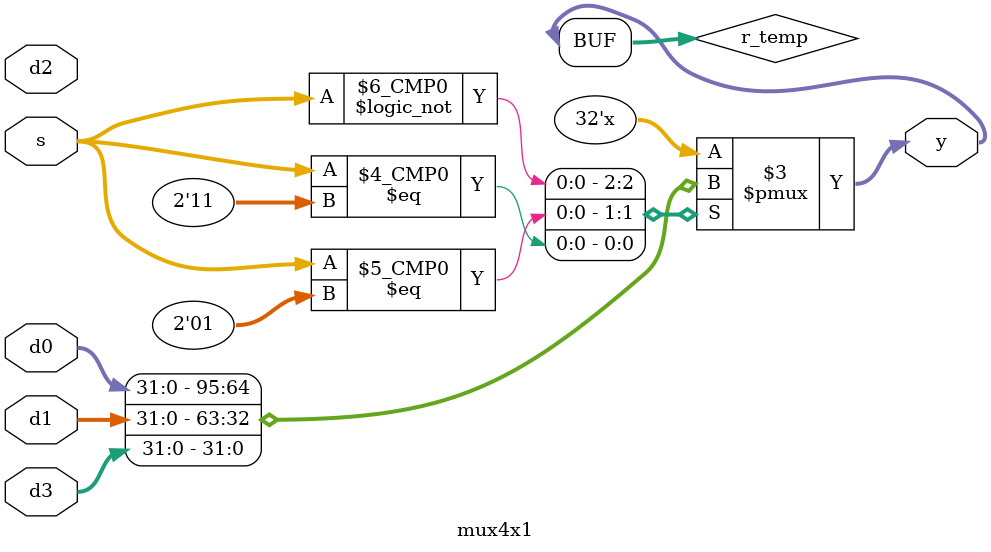
<source format=sv>
`timescale 1ns / 1ps

module mux4x1 #(parameter SIZE = 32)
(
    input logic [1:0] s,
    input logic [SIZE-1:0] d0,
    input logic [SIZE-1:0] d1,
    input logic [SIZE-1:0] d2,
    input logic [SIZE-1:0] d3,
    output logic [SIZE-1:0] y
);

logic [SIZE-1:0] r_temp;

always @(*)
begin
    case (s)
        2'b00: r_temp = d0;
        2'b01: r_temp = d1;
        2'b01: r_temp = d2;
        2'b11: r_temp = d3;
    endcase
end

assign y = r_temp;

endmodule
</source>
